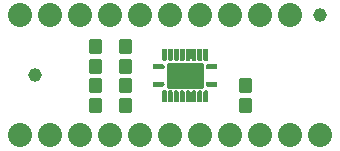
<source format=gts>
G04 EAGLE Gerber RS-274X export*
G75*
%MOMM*%
%FSLAX34Y34*%
%LPD*%
%INSoldermask Top*%
%IPPOS*%
%AMOC8*
5,1,8,0,0,1.08239X$1,22.5*%
G01*
%ADD10C,0.253525*%
%ADD11C,1.152400*%
%ADD12C,0.264288*%
%ADD13C,2.032000*%

G36*
X135444Y75865D02*
X135444Y75865D01*
X135451Y75872D01*
X135456Y75869D01*
X135959Y76070D01*
X135964Y76078D01*
X135970Y76076D01*
X136404Y76401D01*
X136407Y76410D01*
X136413Y76410D01*
X136748Y76835D01*
X136748Y76845D01*
X136755Y76846D01*
X136968Y77344D01*
X136966Y77354D01*
X136972Y77357D01*
X137049Y77893D01*
X137046Y77898D01*
X137049Y77900D01*
X136999Y85650D01*
X136963Y85698D01*
X136956Y85692D01*
X136950Y85699D01*
X132800Y85699D01*
X132753Y85663D01*
X132758Y85656D01*
X132751Y85650D01*
X132751Y77900D01*
X132754Y77896D01*
X132751Y77893D01*
X132828Y77357D01*
X132835Y77350D01*
X132832Y77344D01*
X133045Y76846D01*
X133053Y76842D01*
X133052Y76835D01*
X133387Y76410D01*
X133396Y76407D01*
X133396Y76401D01*
X133830Y76076D01*
X133839Y76076D01*
X133841Y76070D01*
X134344Y75869D01*
X134353Y75871D01*
X134356Y75865D01*
X134894Y75801D01*
X134902Y75805D01*
X134906Y75801D01*
X135444Y75865D01*
G37*
G36*
X139902Y75806D02*
X139902Y75806D01*
X139906Y75801D01*
X140437Y75871D01*
X140444Y75878D01*
X140449Y75874D01*
X140944Y76079D01*
X140949Y76087D01*
X140955Y76086D01*
X141380Y76411D01*
X141382Y76421D01*
X141389Y76420D01*
X141714Y76845D01*
X141714Y76855D01*
X141721Y76856D01*
X141926Y77351D01*
X141923Y77360D01*
X141925Y77360D01*
X141929Y77363D01*
X141999Y77894D01*
X141996Y77898D01*
X141999Y77900D01*
X141999Y85650D01*
X141963Y85697D01*
X141956Y85692D01*
X141950Y85699D01*
X137850Y85699D01*
X137803Y85663D01*
X137808Y85656D01*
X137801Y85650D01*
X137751Y77900D01*
X137754Y77896D01*
X137751Y77893D01*
X137828Y77357D01*
X137835Y77350D01*
X137832Y77344D01*
X138045Y76846D01*
X138053Y76842D01*
X138052Y76835D01*
X138387Y76410D01*
X138396Y76407D01*
X138396Y76401D01*
X138830Y76076D01*
X138839Y76076D01*
X138841Y76070D01*
X139344Y75869D01*
X139353Y75871D01*
X139356Y75865D01*
X139894Y75801D01*
X139902Y75806D01*
G37*
G36*
X146997Y41337D02*
X146997Y41337D01*
X146992Y41344D01*
X146999Y41350D01*
X146999Y49150D01*
X146996Y49154D01*
X146999Y49157D01*
X146923Y49680D01*
X146917Y49687D01*
X146920Y49693D01*
X146711Y50179D01*
X146703Y50183D01*
X146705Y50190D01*
X146378Y50605D01*
X146369Y50607D01*
X146369Y50614D01*
X145945Y50931D01*
X145936Y50931D01*
X145934Y50937D01*
X145443Y51133D01*
X145434Y51131D01*
X145431Y51136D01*
X144906Y51199D01*
X144898Y51194D01*
X144894Y51199D01*
X144363Y51129D01*
X144356Y51122D01*
X144351Y51126D01*
X143856Y50921D01*
X143851Y50913D01*
X143845Y50914D01*
X143420Y50589D01*
X143418Y50580D01*
X143411Y50580D01*
X143086Y50155D01*
X143086Y50146D01*
X143079Y50144D01*
X142874Y49649D01*
X142877Y49641D01*
X142872Y49637D01*
X142871Y49637D01*
X142801Y49106D01*
X142804Y49102D01*
X142801Y49100D01*
X142801Y41350D01*
X142837Y41303D01*
X142844Y41308D01*
X142850Y41301D01*
X146950Y41301D01*
X146997Y41337D01*
G37*
G36*
X141997Y41337D02*
X141997Y41337D01*
X141992Y41344D01*
X141999Y41350D01*
X141999Y49100D01*
X141996Y49104D01*
X141999Y49106D01*
X141929Y49637D01*
X141922Y49644D01*
X141926Y49649D01*
X141721Y50144D01*
X141713Y50149D01*
X141714Y50155D01*
X141389Y50580D01*
X141380Y50582D01*
X141380Y50589D01*
X140955Y50914D01*
X140946Y50914D01*
X140944Y50921D01*
X140449Y51126D01*
X140440Y51123D01*
X140437Y51129D01*
X139906Y51199D01*
X139898Y51194D01*
X139894Y51199D01*
X139363Y51129D01*
X139356Y51122D01*
X139351Y51126D01*
X138856Y50921D01*
X138851Y50913D01*
X138845Y50914D01*
X138420Y50589D01*
X138418Y50580D01*
X138411Y50580D01*
X138086Y50155D01*
X138086Y50146D01*
X138079Y50144D01*
X137874Y49649D01*
X137877Y49641D01*
X137872Y49637D01*
X137871Y49637D01*
X137801Y49106D01*
X137804Y49102D01*
X137801Y49100D01*
X137801Y41350D01*
X137837Y41303D01*
X137844Y41308D01*
X137850Y41301D01*
X141950Y41301D01*
X141997Y41337D01*
G37*
G36*
X171997Y41337D02*
X171997Y41337D01*
X171992Y41344D01*
X171999Y41350D01*
X171999Y49100D01*
X171996Y49104D01*
X171999Y49106D01*
X171929Y49637D01*
X171922Y49644D01*
X171926Y49649D01*
X171721Y50144D01*
X171713Y50149D01*
X171714Y50155D01*
X171389Y50580D01*
X171380Y50582D01*
X171380Y50589D01*
X170955Y50914D01*
X170946Y50914D01*
X170944Y50921D01*
X170449Y51126D01*
X170440Y51123D01*
X170437Y51129D01*
X169906Y51199D01*
X169898Y51194D01*
X169894Y51199D01*
X169363Y51129D01*
X169356Y51122D01*
X169351Y51126D01*
X168856Y50921D01*
X168851Y50913D01*
X168845Y50914D01*
X168420Y50589D01*
X168418Y50580D01*
X168411Y50580D01*
X168086Y50155D01*
X168086Y50146D01*
X168079Y50144D01*
X167874Y49649D01*
X167877Y49641D01*
X167872Y49637D01*
X167871Y49637D01*
X167801Y49106D01*
X167804Y49102D01*
X167801Y49100D01*
X167801Y41350D01*
X167837Y41303D01*
X167844Y41308D01*
X167850Y41301D01*
X171950Y41301D01*
X171997Y41337D01*
G37*
G36*
X166997Y41337D02*
X166997Y41337D01*
X166992Y41344D01*
X166999Y41350D01*
X166999Y49100D01*
X166996Y49104D01*
X166999Y49106D01*
X166929Y49637D01*
X166922Y49644D01*
X166926Y49649D01*
X166721Y50144D01*
X166713Y50149D01*
X166714Y50155D01*
X166389Y50580D01*
X166380Y50582D01*
X166380Y50589D01*
X165955Y50914D01*
X165946Y50914D01*
X165944Y50921D01*
X165449Y51126D01*
X165440Y51123D01*
X165437Y51129D01*
X164906Y51199D01*
X164898Y51194D01*
X164894Y51199D01*
X164363Y51129D01*
X164356Y51122D01*
X164351Y51126D01*
X163856Y50921D01*
X163851Y50913D01*
X163845Y50914D01*
X163420Y50589D01*
X163418Y50580D01*
X163411Y50580D01*
X163086Y50155D01*
X163086Y50146D01*
X163079Y50144D01*
X162874Y49649D01*
X162877Y49641D01*
X162872Y49637D01*
X162871Y49637D01*
X162801Y49106D01*
X162804Y49102D01*
X162801Y49100D01*
X162801Y41350D01*
X162837Y41303D01*
X162844Y41308D01*
X162850Y41301D01*
X166950Y41301D01*
X166997Y41337D01*
G37*
G36*
X151997Y41337D02*
X151997Y41337D01*
X151992Y41344D01*
X151999Y41350D01*
X151999Y49100D01*
X151996Y49104D01*
X151999Y49106D01*
X151929Y49637D01*
X151922Y49644D01*
X151926Y49649D01*
X151721Y50144D01*
X151713Y50149D01*
X151714Y50155D01*
X151389Y50580D01*
X151380Y50582D01*
X151380Y50589D01*
X150955Y50914D01*
X150946Y50914D01*
X150944Y50921D01*
X150449Y51126D01*
X150440Y51123D01*
X150437Y51129D01*
X149906Y51199D01*
X149898Y51194D01*
X149894Y51199D01*
X149363Y51129D01*
X149356Y51122D01*
X149351Y51126D01*
X148856Y50921D01*
X148851Y50913D01*
X148845Y50914D01*
X148420Y50589D01*
X148418Y50580D01*
X148411Y50580D01*
X148086Y50155D01*
X148086Y50146D01*
X148079Y50144D01*
X147874Y49649D01*
X147877Y49641D01*
X147872Y49637D01*
X147871Y49637D01*
X147801Y49106D01*
X147804Y49102D01*
X147801Y49100D01*
X147801Y41350D01*
X147837Y41303D01*
X147844Y41308D01*
X147850Y41301D01*
X151950Y41301D01*
X151997Y41337D01*
G37*
G36*
X161997Y41337D02*
X161997Y41337D01*
X161992Y41344D01*
X161999Y41350D01*
X161999Y49100D01*
X161996Y49104D01*
X161999Y49106D01*
X161929Y49637D01*
X161922Y49644D01*
X161926Y49649D01*
X161721Y50144D01*
X161713Y50149D01*
X161714Y50155D01*
X161389Y50580D01*
X161380Y50582D01*
X161380Y50589D01*
X160955Y50914D01*
X160946Y50914D01*
X160944Y50921D01*
X160449Y51126D01*
X160440Y51123D01*
X160437Y51129D01*
X159906Y51199D01*
X159898Y51194D01*
X159894Y51199D01*
X159363Y51129D01*
X159356Y51122D01*
X159351Y51126D01*
X158856Y50921D01*
X158851Y50913D01*
X158845Y50914D01*
X158420Y50589D01*
X158418Y50580D01*
X158411Y50580D01*
X158086Y50155D01*
X158086Y50146D01*
X158079Y50144D01*
X157874Y49649D01*
X157877Y49641D01*
X157872Y49637D01*
X157871Y49637D01*
X157801Y49106D01*
X157804Y49102D01*
X157801Y49100D01*
X157801Y41350D01*
X157837Y41303D01*
X157844Y41308D01*
X157850Y41301D01*
X161950Y41301D01*
X161997Y41337D01*
G37*
G36*
X156997Y41337D02*
X156997Y41337D01*
X156992Y41344D01*
X156999Y41350D01*
X156999Y49100D01*
X156996Y49104D01*
X156999Y49106D01*
X156929Y49637D01*
X156922Y49644D01*
X156926Y49649D01*
X156721Y50144D01*
X156713Y50149D01*
X156714Y50155D01*
X156389Y50580D01*
X156380Y50582D01*
X156380Y50589D01*
X155955Y50914D01*
X155946Y50914D01*
X155944Y50921D01*
X155449Y51126D01*
X155440Y51123D01*
X155437Y51129D01*
X154906Y51199D01*
X154898Y51194D01*
X154894Y51199D01*
X154363Y51129D01*
X154356Y51122D01*
X154351Y51126D01*
X153856Y50921D01*
X153851Y50913D01*
X153845Y50914D01*
X153420Y50589D01*
X153418Y50580D01*
X153411Y50580D01*
X153086Y50155D01*
X153086Y50146D01*
X153079Y50144D01*
X152874Y49649D01*
X152877Y49641D01*
X152872Y49637D01*
X152871Y49637D01*
X152801Y49106D01*
X152804Y49102D01*
X152801Y49100D01*
X152801Y41350D01*
X152837Y41303D01*
X152844Y41308D01*
X152850Y41301D01*
X156950Y41301D01*
X156997Y41337D01*
G37*
G36*
X155437Y75871D02*
X155437Y75871D01*
X155444Y75878D01*
X155449Y75874D01*
X155944Y76079D01*
X155949Y76087D01*
X155955Y76086D01*
X156380Y76411D01*
X156382Y76421D01*
X156389Y76420D01*
X156714Y76845D01*
X156714Y76855D01*
X156721Y76856D01*
X156926Y77351D01*
X156923Y77360D01*
X156925Y77360D01*
X156929Y77363D01*
X156999Y77894D01*
X156996Y77898D01*
X156999Y77900D01*
X156999Y85650D01*
X156963Y85697D01*
X156956Y85692D01*
X156950Y85699D01*
X152850Y85699D01*
X152803Y85663D01*
X152808Y85656D01*
X152801Y85650D01*
X152801Y77900D01*
X152804Y77896D01*
X152801Y77894D01*
X152871Y77363D01*
X152878Y77356D01*
X152874Y77351D01*
X153079Y76856D01*
X153087Y76851D01*
X153086Y76845D01*
X153411Y76420D01*
X153421Y76418D01*
X153420Y76411D01*
X153845Y76086D01*
X153855Y76086D01*
X153856Y76079D01*
X154351Y75874D01*
X154360Y75877D01*
X154363Y75871D01*
X154894Y75801D01*
X154902Y75806D01*
X154906Y75801D01*
X155437Y75871D01*
G37*
G36*
X170437Y75871D02*
X170437Y75871D01*
X170444Y75878D01*
X170449Y75874D01*
X170944Y76079D01*
X170949Y76087D01*
X170955Y76086D01*
X171380Y76411D01*
X171382Y76421D01*
X171389Y76420D01*
X171714Y76845D01*
X171714Y76855D01*
X171721Y76856D01*
X171926Y77351D01*
X171923Y77360D01*
X171925Y77360D01*
X171929Y77363D01*
X171999Y77894D01*
X171996Y77898D01*
X171999Y77900D01*
X171999Y85650D01*
X171963Y85697D01*
X171956Y85692D01*
X171950Y85699D01*
X167850Y85699D01*
X167803Y85663D01*
X167808Y85656D01*
X167801Y85650D01*
X167801Y77900D01*
X167804Y77896D01*
X167801Y77894D01*
X167871Y77363D01*
X167878Y77356D01*
X167874Y77351D01*
X168079Y76856D01*
X168087Y76851D01*
X168086Y76845D01*
X168411Y76420D01*
X168421Y76418D01*
X168420Y76411D01*
X168845Y76086D01*
X168855Y76086D01*
X168856Y76079D01*
X169351Y75874D01*
X169360Y75877D01*
X169363Y75871D01*
X169894Y75801D01*
X169902Y75806D01*
X169906Y75801D01*
X170437Y75871D01*
G37*
G36*
X160437Y75871D02*
X160437Y75871D01*
X160444Y75878D01*
X160449Y75874D01*
X160944Y76079D01*
X160949Y76087D01*
X160955Y76086D01*
X161380Y76411D01*
X161382Y76421D01*
X161389Y76420D01*
X161714Y76845D01*
X161714Y76855D01*
X161721Y76856D01*
X161926Y77351D01*
X161923Y77360D01*
X161925Y77360D01*
X161929Y77363D01*
X161999Y77894D01*
X161996Y77898D01*
X161999Y77900D01*
X161999Y85650D01*
X161963Y85697D01*
X161956Y85692D01*
X161950Y85699D01*
X157850Y85699D01*
X157803Y85663D01*
X157808Y85656D01*
X157801Y85650D01*
X157801Y77900D01*
X157804Y77896D01*
X157801Y77894D01*
X157871Y77363D01*
X157878Y77356D01*
X157874Y77351D01*
X158079Y76856D01*
X158087Y76851D01*
X158086Y76845D01*
X158411Y76420D01*
X158421Y76418D01*
X158420Y76411D01*
X158845Y76086D01*
X158855Y76086D01*
X158856Y76079D01*
X159351Y75874D01*
X159360Y75877D01*
X159363Y75871D01*
X159894Y75801D01*
X159902Y75806D01*
X159906Y75801D01*
X160437Y75871D01*
G37*
G36*
X165437Y75871D02*
X165437Y75871D01*
X165444Y75878D01*
X165449Y75874D01*
X165944Y76079D01*
X165949Y76087D01*
X165955Y76086D01*
X166380Y76411D01*
X166382Y76421D01*
X166389Y76420D01*
X166714Y76845D01*
X166714Y76855D01*
X166721Y76856D01*
X166926Y77351D01*
X166923Y77360D01*
X166925Y77360D01*
X166929Y77363D01*
X166999Y77894D01*
X166996Y77898D01*
X166999Y77900D01*
X166999Y85650D01*
X166963Y85697D01*
X166956Y85692D01*
X166950Y85699D01*
X162850Y85699D01*
X162803Y85663D01*
X162808Y85656D01*
X162801Y85650D01*
X162801Y77900D01*
X162804Y77896D01*
X162801Y77894D01*
X162871Y77363D01*
X162878Y77356D01*
X162874Y77351D01*
X163079Y76856D01*
X163087Y76851D01*
X163086Y76845D01*
X163411Y76420D01*
X163421Y76418D01*
X163420Y76411D01*
X163845Y76086D01*
X163855Y76086D01*
X163856Y76079D01*
X164351Y75874D01*
X164360Y75877D01*
X164363Y75871D01*
X164894Y75801D01*
X164902Y75806D01*
X164906Y75801D01*
X165437Y75871D01*
G37*
G36*
X145437Y75871D02*
X145437Y75871D01*
X145444Y75878D01*
X145449Y75874D01*
X145944Y76079D01*
X145949Y76087D01*
X145955Y76086D01*
X146380Y76411D01*
X146382Y76421D01*
X146389Y76420D01*
X146714Y76845D01*
X146714Y76855D01*
X146721Y76856D01*
X146926Y77351D01*
X146923Y77360D01*
X146925Y77360D01*
X146929Y77363D01*
X146999Y77894D01*
X146996Y77898D01*
X146999Y77900D01*
X146999Y85650D01*
X146963Y85697D01*
X146956Y85692D01*
X146950Y85699D01*
X142850Y85699D01*
X142803Y85663D01*
X142808Y85656D01*
X142801Y85650D01*
X142801Y77900D01*
X142804Y77896D01*
X142801Y77894D01*
X142871Y77363D01*
X142878Y77356D01*
X142874Y77351D01*
X143079Y76856D01*
X143087Y76851D01*
X143086Y76845D01*
X143411Y76420D01*
X143421Y76418D01*
X143420Y76411D01*
X143845Y76086D01*
X143855Y76086D01*
X143856Y76079D01*
X144351Y75874D01*
X144360Y75877D01*
X144363Y75871D01*
X144894Y75801D01*
X144902Y75806D01*
X144906Y75801D01*
X145437Y75871D01*
G37*
G36*
X150437Y75871D02*
X150437Y75871D01*
X150444Y75878D01*
X150449Y75874D01*
X150944Y76079D01*
X150949Y76087D01*
X150955Y76086D01*
X151380Y76411D01*
X151382Y76421D01*
X151389Y76420D01*
X151714Y76845D01*
X151714Y76855D01*
X151721Y76856D01*
X151926Y77351D01*
X151923Y77360D01*
X151925Y77360D01*
X151929Y77363D01*
X151999Y77894D01*
X151996Y77898D01*
X151999Y77900D01*
X151999Y85650D01*
X151963Y85697D01*
X151956Y85692D01*
X151950Y85699D01*
X147850Y85699D01*
X147803Y85663D01*
X147808Y85656D01*
X147801Y85650D01*
X147801Y77900D01*
X147804Y77896D01*
X147801Y77894D01*
X147871Y77363D01*
X147878Y77356D01*
X147874Y77351D01*
X148079Y76856D01*
X148087Y76851D01*
X148086Y76845D01*
X148411Y76420D01*
X148421Y76418D01*
X148420Y76411D01*
X148845Y76086D01*
X148855Y76086D01*
X148856Y76079D01*
X149351Y75874D01*
X149360Y75877D01*
X149363Y75871D01*
X149894Y75801D01*
X149902Y75806D01*
X149906Y75801D01*
X150437Y75871D01*
G37*
G36*
X133004Y68904D02*
X133004Y68904D01*
X133006Y68901D01*
X133537Y68971D01*
X133544Y68978D01*
X133549Y68974D01*
X134044Y69179D01*
X134049Y69187D01*
X134055Y69186D01*
X134480Y69511D01*
X134482Y69521D01*
X134489Y69520D01*
X134814Y69945D01*
X134814Y69955D01*
X134821Y69956D01*
X135026Y70451D01*
X135023Y70460D01*
X135025Y70460D01*
X135029Y70463D01*
X135099Y70994D01*
X135094Y71002D01*
X135099Y71006D01*
X135029Y71537D01*
X135022Y71544D01*
X135026Y71549D01*
X134821Y72044D01*
X134813Y72049D01*
X134814Y72055D01*
X134489Y72480D01*
X134480Y72482D01*
X134480Y72489D01*
X134055Y72814D01*
X134046Y72814D01*
X134044Y72821D01*
X133549Y73026D01*
X133540Y73023D01*
X133537Y73029D01*
X133006Y73099D01*
X133002Y73096D01*
X133000Y73099D01*
X125250Y73099D01*
X125203Y73063D01*
X125208Y73056D01*
X125201Y73050D01*
X125201Y68950D01*
X125237Y68903D01*
X125244Y68908D01*
X125250Y68901D01*
X133000Y68901D01*
X133004Y68904D01*
G37*
G36*
X133004Y53904D02*
X133004Y53904D01*
X133006Y53901D01*
X133537Y53971D01*
X133544Y53978D01*
X133549Y53974D01*
X134044Y54179D01*
X134049Y54187D01*
X134055Y54186D01*
X134480Y54511D01*
X134482Y54521D01*
X134489Y54520D01*
X134814Y54945D01*
X134814Y54955D01*
X134821Y54956D01*
X135026Y55451D01*
X135023Y55460D01*
X135025Y55460D01*
X135029Y55463D01*
X135099Y55994D01*
X135094Y56002D01*
X135099Y56006D01*
X135029Y56537D01*
X135022Y56544D01*
X135026Y56549D01*
X134821Y57044D01*
X134813Y57049D01*
X134814Y57055D01*
X134489Y57480D01*
X134480Y57482D01*
X134480Y57489D01*
X134055Y57814D01*
X134046Y57814D01*
X134044Y57821D01*
X133549Y58026D01*
X133540Y58023D01*
X133537Y58029D01*
X133006Y58099D01*
X133002Y58096D01*
X133000Y58099D01*
X125250Y58099D01*
X125203Y58063D01*
X125208Y58056D01*
X125201Y58050D01*
X125201Y53950D01*
X125237Y53903D01*
X125244Y53908D01*
X125250Y53901D01*
X133000Y53901D01*
X133004Y53904D01*
G37*
G36*
X179597Y68937D02*
X179597Y68937D01*
X179592Y68944D01*
X179599Y68950D01*
X179599Y73050D01*
X179563Y73097D01*
X179556Y73092D01*
X179550Y73099D01*
X171800Y73099D01*
X171796Y73096D01*
X171794Y73099D01*
X171263Y73029D01*
X171256Y73022D01*
X171251Y73026D01*
X170756Y72821D01*
X170751Y72813D01*
X170745Y72814D01*
X170320Y72489D01*
X170318Y72480D01*
X170311Y72480D01*
X169986Y72055D01*
X169986Y72046D01*
X169979Y72044D01*
X169774Y71549D01*
X169777Y71540D01*
X169771Y71537D01*
X169701Y71006D01*
X169706Y70998D01*
X169701Y70994D01*
X169771Y70463D01*
X169778Y70456D01*
X169774Y70451D01*
X169979Y69956D01*
X169987Y69951D01*
X169986Y69945D01*
X170311Y69520D01*
X170321Y69518D01*
X170320Y69511D01*
X170745Y69186D01*
X170755Y69186D01*
X170756Y69179D01*
X171251Y68974D01*
X171260Y68977D01*
X171263Y68971D01*
X171794Y68901D01*
X171798Y68904D01*
X171800Y68901D01*
X179550Y68901D01*
X179597Y68937D01*
G37*
G36*
X179597Y53937D02*
X179597Y53937D01*
X179592Y53944D01*
X179599Y53950D01*
X179599Y58050D01*
X179563Y58097D01*
X179556Y58092D01*
X179550Y58099D01*
X171800Y58099D01*
X171796Y58096D01*
X171794Y58099D01*
X171263Y58029D01*
X171256Y58022D01*
X171251Y58026D01*
X170756Y57821D01*
X170751Y57813D01*
X170745Y57814D01*
X170320Y57489D01*
X170318Y57480D01*
X170311Y57480D01*
X169986Y57055D01*
X169986Y57046D01*
X169979Y57044D01*
X169774Y56549D01*
X169777Y56540D01*
X169771Y56537D01*
X169701Y56006D01*
X169706Y55998D01*
X169701Y55994D01*
X169771Y55463D01*
X169778Y55456D01*
X169774Y55451D01*
X169979Y54956D01*
X169987Y54951D01*
X169986Y54945D01*
X170311Y54520D01*
X170321Y54518D01*
X170320Y54511D01*
X170745Y54186D01*
X170755Y54186D01*
X170756Y54179D01*
X171251Y53974D01*
X171260Y53977D01*
X171263Y53971D01*
X171794Y53901D01*
X171798Y53904D01*
X171800Y53901D01*
X179550Y53901D01*
X179597Y53937D01*
G37*
G36*
X136997Y41387D02*
X136997Y41387D01*
X136992Y41394D01*
X136999Y41400D01*
X136999Y49100D01*
X136996Y49104D01*
X136999Y49106D01*
X136929Y49637D01*
X136922Y49644D01*
X136926Y49649D01*
X136721Y50144D01*
X136713Y50149D01*
X136714Y50155D01*
X136389Y50580D01*
X136380Y50582D01*
X136380Y50589D01*
X135955Y50914D01*
X135946Y50914D01*
X135944Y50921D01*
X135449Y51126D01*
X135440Y51123D01*
X135437Y51129D01*
X134906Y51199D01*
X134898Y51194D01*
X134894Y51199D01*
X134363Y51129D01*
X134356Y51122D01*
X134351Y51126D01*
X133856Y50921D01*
X133851Y50913D01*
X133845Y50914D01*
X133420Y50589D01*
X133418Y50580D01*
X133411Y50580D01*
X133086Y50155D01*
X133086Y50146D01*
X133079Y50144D01*
X132874Y49649D01*
X132876Y49642D01*
X132872Y49638D01*
X132871Y49637D01*
X132801Y49106D01*
X132804Y49102D01*
X132801Y49100D01*
X132801Y41400D01*
X132837Y41353D01*
X132844Y41358D01*
X132850Y41351D01*
X136950Y41351D01*
X136997Y41387D01*
G37*
D10*
X106095Y43485D02*
X106095Y33495D01*
X97105Y33495D01*
X97105Y43485D01*
X106095Y43485D01*
X106095Y35903D02*
X97105Y35903D01*
X97105Y38311D02*
X106095Y38311D01*
X106095Y40719D02*
X97105Y40719D01*
X97105Y43127D02*
X106095Y43127D01*
X106095Y50495D02*
X106095Y60485D01*
X106095Y50495D02*
X97105Y50495D01*
X97105Y60485D01*
X106095Y60485D01*
X106095Y52903D02*
X97105Y52903D01*
X97105Y55311D02*
X106095Y55311D01*
X106095Y57719D02*
X97105Y57719D01*
X97105Y60127D02*
X106095Y60127D01*
X97105Y83515D02*
X97105Y93505D01*
X106095Y93505D01*
X106095Y83515D01*
X97105Y83515D01*
X97105Y85923D02*
X106095Y85923D01*
X106095Y88331D02*
X97105Y88331D01*
X97105Y90739D02*
X106095Y90739D01*
X106095Y93147D02*
X97105Y93147D01*
X97105Y76505D02*
X97105Y66515D01*
X97105Y76505D02*
X106095Y76505D01*
X106095Y66515D01*
X97105Y66515D01*
X97105Y68923D02*
X106095Y68923D01*
X106095Y71331D02*
X97105Y71331D01*
X97105Y73739D02*
X106095Y73739D01*
X106095Y76147D02*
X97105Y76147D01*
X198705Y60485D02*
X198705Y50495D01*
X198705Y60485D02*
X207695Y60485D01*
X207695Y50495D01*
X198705Y50495D01*
X198705Y52903D02*
X207695Y52903D01*
X207695Y55311D02*
X198705Y55311D01*
X198705Y57719D02*
X207695Y57719D01*
X207695Y60127D02*
X198705Y60127D01*
X198705Y43485D02*
X198705Y33495D01*
X198705Y43485D02*
X207695Y43485D01*
X207695Y33495D01*
X198705Y33495D01*
X198705Y35903D02*
X207695Y35903D01*
X207695Y38311D02*
X198705Y38311D01*
X198705Y40719D02*
X207695Y40719D01*
X207695Y43127D02*
X198705Y43127D01*
X80695Y43485D02*
X80695Y33495D01*
X71705Y33495D01*
X71705Y43485D01*
X80695Y43485D01*
X80695Y35903D02*
X71705Y35903D01*
X71705Y38311D02*
X80695Y38311D01*
X80695Y40719D02*
X71705Y40719D01*
X71705Y43127D02*
X80695Y43127D01*
X80695Y50495D02*
X80695Y60485D01*
X80695Y50495D02*
X71705Y50495D01*
X71705Y60485D01*
X80695Y60485D01*
X80695Y52903D02*
X71705Y52903D01*
X71705Y55311D02*
X80695Y55311D01*
X80695Y57719D02*
X71705Y57719D01*
X71705Y60127D02*
X80695Y60127D01*
X71705Y83515D02*
X71705Y93505D01*
X80695Y93505D01*
X80695Y83515D01*
X71705Y83515D01*
X71705Y85923D02*
X80695Y85923D01*
X80695Y88331D02*
X71705Y88331D01*
X71705Y90739D02*
X80695Y90739D01*
X80695Y93147D02*
X71705Y93147D01*
X71705Y76505D02*
X71705Y66515D01*
X71705Y76505D02*
X80695Y76505D01*
X80695Y66515D01*
X71705Y66515D01*
X71705Y68923D02*
X80695Y68923D01*
X80695Y71331D02*
X71705Y71331D01*
X71705Y73739D02*
X80695Y73739D01*
X80695Y76147D02*
X71705Y76147D01*
D11*
X266700Y114300D03*
X25400Y63500D03*
D12*
X137709Y53809D02*
X167091Y53809D01*
X137709Y53809D02*
X137709Y73191D01*
X167091Y73191D01*
X167091Y53809D01*
X167091Y56320D02*
X137709Y56320D01*
X137709Y58831D02*
X167091Y58831D01*
X167091Y61342D02*
X137709Y61342D01*
X137709Y63853D02*
X167091Y63853D01*
X167091Y66364D02*
X137709Y66364D01*
X137709Y68875D02*
X167091Y68875D01*
X167091Y71386D02*
X137709Y71386D01*
D13*
X266700Y12700D03*
X241300Y12700D03*
X215900Y12700D03*
X190500Y12700D03*
X165100Y12700D03*
X139700Y12700D03*
X114300Y12700D03*
X88900Y12700D03*
X63500Y12700D03*
X38100Y12700D03*
X12700Y12700D03*
X241300Y114300D03*
X215900Y114300D03*
X190500Y114300D03*
X165100Y114300D03*
X139700Y114300D03*
X114300Y114300D03*
X88900Y114300D03*
X63500Y114300D03*
X38100Y114300D03*
X12700Y114300D03*
M02*

</source>
